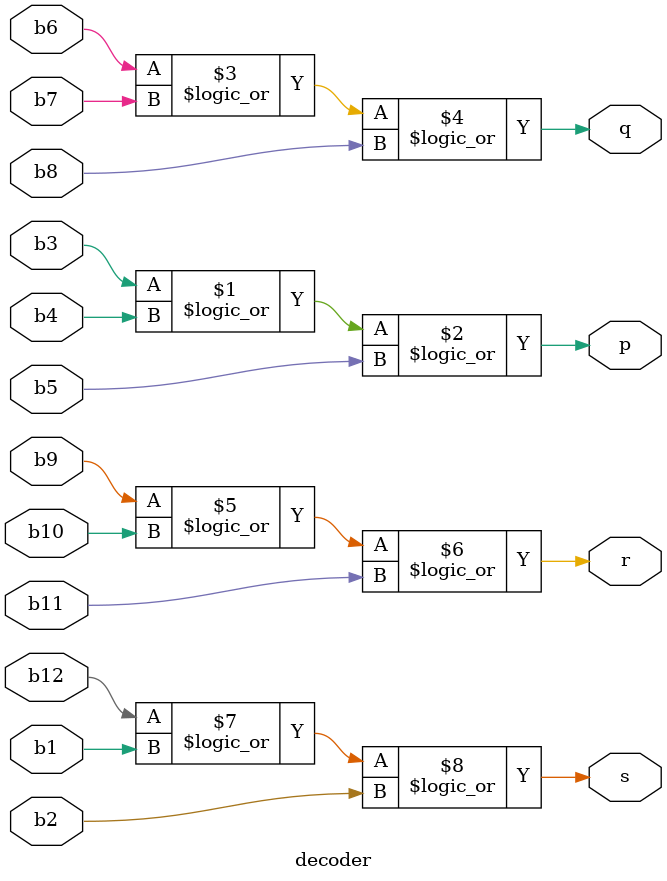
<source format=v>
module decoder(b1,b2,b3,b4,b5,b6,b7,b8,b9,b10,b11,b12,p,q,r,s);
input b1,b2,b3,b4,b5,b6,b7,b8,b9,b10,b11,b12;
output p,q,r,s;

assign p = b3 || b4 || b5;
assign q = b6 || b7 || b8;
assign r = b9 || b10 || b11;
assign s = b12 || b1 || b2;

endmodule





</source>
